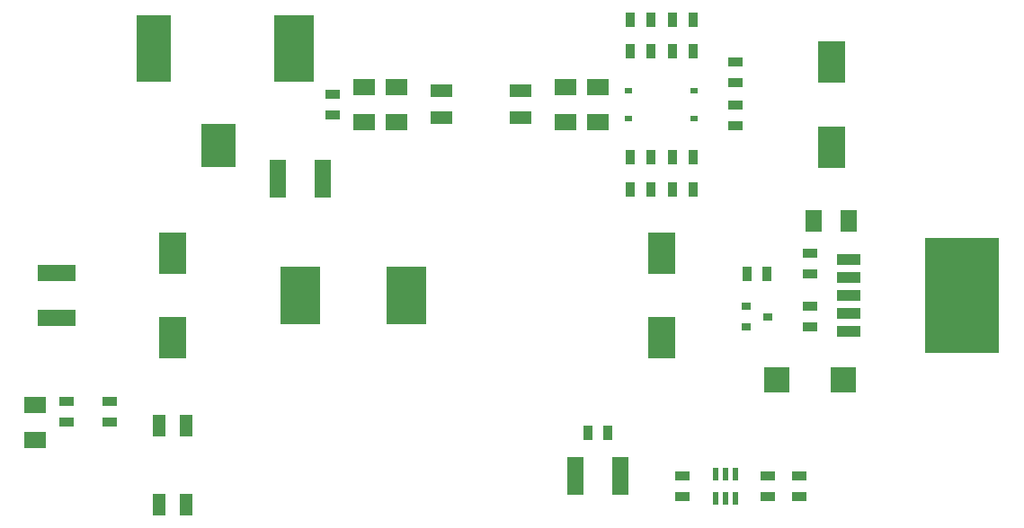
<source format=gtp>
G04 (created by PCBNEW (2013-mar-25)-stable) date Friday, August 07, 2015 09:57:37 AM*
%MOIN*%
G04 Gerber Fmt 3.4, Leading zero omitted, Abs format*
%FSLAX34Y34*%
G01*
G70*
G90*
G04 APERTURE LIST*
%ADD10C,0.006*%
%ADD11R,0.129921X0.159843*%
%ADD12R,0.129921X0.25*%
%ADD13R,0.15X0.25*%
%ADD14R,0.0610236X0.141732*%
%ADD15R,0.141732X0.0610236*%
%ADD16R,0.055X0.035*%
%ADD17R,0.035X0.055*%
%ADD18R,0.0787402X0.0590551*%
%ADD19R,0.0590551X0.0787402*%
%ADD20R,0.0787402X0.0472441*%
%ADD21R,0.0472441X0.0787402*%
%ADD22R,0.0299213X0.0228346*%
%ADD23R,0.0984252X0.15748*%
%ADD24R,0.0850394X0.042126*%
%ADD25R,0.275591X0.425197*%
%ADD26R,0.0354331X0.0314961*%
%ADD27R,0.149606X0.216535*%
%ADD28R,0.02X0.05*%
%ADD29R,0.0933071X0.0956693*%
G04 APERTURE END LIST*
G54D10*
G54D11*
X52456Y-57417D03*
G54D12*
X50055Y-53818D03*
G54D13*
X55287Y-53818D03*
G54D14*
X56348Y-58661D03*
X54675Y-58661D03*
G54D15*
X46456Y-63828D03*
X46456Y-62155D03*
G54D14*
X67372Y-69685D03*
X65698Y-69685D03*
G54D16*
X71653Y-54344D03*
X71653Y-55104D03*
G54D17*
X70065Y-57874D03*
X69305Y-57874D03*
X70065Y-59055D03*
X69305Y-59055D03*
G54D16*
X48425Y-66942D03*
X48425Y-67702D03*
G54D17*
X66155Y-68110D03*
X66915Y-68110D03*
G54D16*
X74015Y-70458D03*
X74015Y-69698D03*
X72834Y-70458D03*
X72834Y-69698D03*
X69685Y-70458D03*
X69685Y-69698D03*
X74409Y-62191D03*
X74409Y-61431D03*
X74409Y-64159D03*
X74409Y-63399D03*
X71653Y-56679D03*
X71653Y-55919D03*
G54D17*
X70065Y-52755D03*
X69305Y-52755D03*
X68490Y-59055D03*
X67730Y-59055D03*
X70065Y-53937D03*
X69305Y-53937D03*
X68490Y-57874D03*
X67730Y-57874D03*
G54D16*
X56692Y-55525D03*
X56692Y-56285D03*
G54D17*
X68490Y-53937D03*
X67730Y-53937D03*
X68490Y-52755D03*
X67730Y-52755D03*
X72820Y-62204D03*
X72060Y-62204D03*
G54D16*
X46850Y-66942D03*
X46850Y-67702D03*
G54D18*
X45669Y-67066D03*
X45669Y-68366D03*
X59055Y-56555D03*
X59055Y-55255D03*
X57874Y-56555D03*
X57874Y-55255D03*
X65354Y-56555D03*
X65354Y-55255D03*
G54D19*
X75846Y-60236D03*
X74547Y-60236D03*
G54D18*
X66535Y-56555D03*
X66535Y-55255D03*
G54D20*
X63681Y-56405D03*
X60728Y-56405D03*
X63681Y-55405D03*
X60728Y-55405D03*
G54D21*
X50287Y-70767D03*
X50287Y-67814D03*
X51287Y-70767D03*
X51287Y-67814D03*
G54D22*
X67687Y-55379D03*
X67687Y-56431D03*
X70108Y-56431D03*
X70108Y-55379D03*
G54D23*
X75196Y-57480D03*
X75196Y-54330D03*
X50787Y-61417D03*
X50787Y-64566D03*
X68897Y-61417D03*
X68897Y-64566D03*
G54D24*
X75852Y-61653D03*
X75852Y-62322D03*
X75852Y-62992D03*
X75852Y-63661D03*
X75852Y-64330D03*
G54D25*
X80053Y-62992D03*
G54D26*
X72047Y-63405D03*
X72047Y-64153D03*
X72834Y-63779D03*
G54D27*
X55521Y-62992D03*
X59438Y-62992D03*
G54D28*
X71629Y-69628D03*
X71259Y-69629D03*
X70889Y-69629D03*
X70889Y-70527D03*
X71259Y-70527D03*
X71629Y-70527D03*
G54D29*
X75637Y-66141D03*
X73181Y-66141D03*
M02*

</source>
